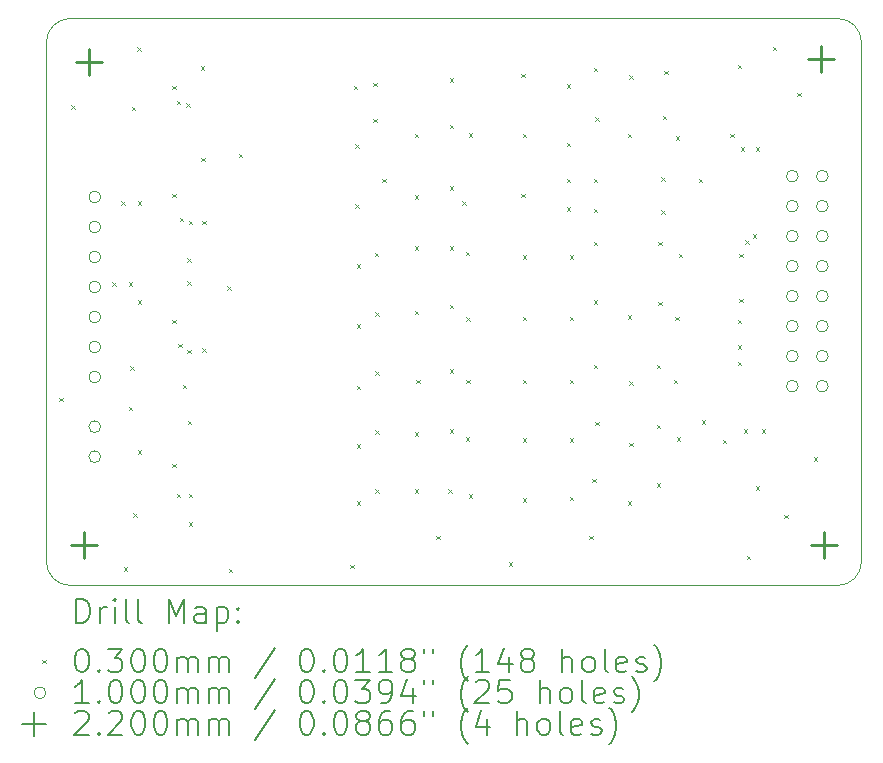
<source format=gbr>
%TF.GenerationSoftware,KiCad,Pcbnew,(6.0.8)*%
%TF.CreationDate,2022-11-26T10:27:08-06:00*%
%TF.ProjectId,photo_switching,70686f74-6f5f-4737-9769-746368696e67,rev?*%
%TF.SameCoordinates,Original*%
%TF.FileFunction,Drillmap*%
%TF.FilePolarity,Positive*%
%FSLAX45Y45*%
G04 Gerber Fmt 4.5, Leading zero omitted, Abs format (unit mm)*
G04 Created by KiCad (PCBNEW (6.0.8)) date 2022-11-26 10:27:08*
%MOMM*%
%LPD*%
G01*
G04 APERTURE LIST*
%ADD10C,0.100000*%
%ADD11C,0.200000*%
%ADD12C,0.030000*%
%ADD13C,0.220000*%
G04 APERTURE END LIST*
D10*
X15382800Y-6423200D02*
G75*
G03*
X15182800Y-6223200I-200000J0D01*
G01*
X15182800Y-6223200D02*
X8682800Y-6223200D01*
X15382800Y-10823200D02*
X15382800Y-6423200D01*
X8482800Y-10823200D02*
G75*
G03*
X8682800Y-11023200I200000J0D01*
G01*
X8682800Y-11023200D02*
X15182800Y-11023200D01*
X8482800Y-6423200D02*
X8482800Y-10823200D01*
X15182800Y-11023200D02*
G75*
G03*
X15382800Y-10823200I0J200000D01*
G01*
X8682800Y-6223200D02*
G75*
G03*
X8482800Y-6423200I0J-200000D01*
G01*
D11*
D12*
X8591900Y-9435200D02*
X8621900Y-9465200D01*
X8621900Y-9435200D02*
X8591900Y-9465200D01*
X8692800Y-6958200D02*
X8722800Y-6988200D01*
X8722800Y-6958200D02*
X8692800Y-6988200D01*
X9040100Y-8455900D02*
X9070100Y-8485900D01*
X9070100Y-8455900D02*
X9040100Y-8485900D01*
X9116300Y-7770100D02*
X9146300Y-7800100D01*
X9146300Y-7770100D02*
X9116300Y-7800100D01*
X9138000Y-10870300D02*
X9168000Y-10900300D01*
X9168000Y-10870300D02*
X9138000Y-10900300D01*
X9179800Y-8455900D02*
X9209800Y-8485900D01*
X9209800Y-8455900D02*
X9179800Y-8485900D01*
X9179800Y-9510000D02*
X9209800Y-9540000D01*
X9209800Y-9510000D02*
X9179800Y-9540000D01*
X9192500Y-9167100D02*
X9222500Y-9197100D01*
X9222500Y-9167100D02*
X9192500Y-9197100D01*
X9204770Y-6969570D02*
X9234770Y-6999570D01*
X9234770Y-6969570D02*
X9204770Y-6999570D01*
X9217900Y-10411700D02*
X9247900Y-10441700D01*
X9247900Y-10411700D02*
X9217900Y-10441700D01*
X9252800Y-6468200D02*
X9282800Y-6498200D01*
X9282800Y-6468200D02*
X9252800Y-6498200D01*
X9256000Y-7770100D02*
X9286000Y-7800100D01*
X9286000Y-7770100D02*
X9256000Y-7800100D01*
X9256000Y-8608300D02*
X9286000Y-8638300D01*
X9286000Y-8608300D02*
X9256000Y-8638300D01*
X9256000Y-9878300D02*
X9286000Y-9908300D01*
X9286000Y-9878300D02*
X9256000Y-9908300D01*
X9548100Y-6792200D02*
X9578100Y-6822200D01*
X9578100Y-6792200D02*
X9548100Y-6822200D01*
X9548100Y-7706600D02*
X9578100Y-7736600D01*
X9578100Y-7706600D02*
X9548100Y-7736600D01*
X9548100Y-8773400D02*
X9578100Y-8803400D01*
X9578100Y-8773400D02*
X9548100Y-8803400D01*
X9548100Y-9992600D02*
X9578100Y-10022600D01*
X9578100Y-9992600D02*
X9548100Y-10022600D01*
X9586200Y-6919200D02*
X9616200Y-6949200D01*
X9616200Y-6919200D02*
X9586200Y-6949200D01*
X9586200Y-10246600D02*
X9616200Y-10276600D01*
X9616200Y-10246600D02*
X9586200Y-10276600D01*
X9598900Y-8976600D02*
X9628900Y-9006600D01*
X9628900Y-8976600D02*
X9598900Y-9006600D01*
X9611600Y-7909800D02*
X9641600Y-7939800D01*
X9641600Y-7909800D02*
X9611600Y-7939800D01*
X9638100Y-9323200D02*
X9668100Y-9353200D01*
X9668100Y-9323200D02*
X9638100Y-9353200D01*
X9667800Y-6940470D02*
X9697800Y-6970470D01*
X9697800Y-6940470D02*
X9667800Y-6970470D01*
X9672800Y-8253200D02*
X9702800Y-8283200D01*
X9702800Y-8253200D02*
X9672800Y-8283200D01*
X9672800Y-8448200D02*
X9702800Y-8478200D01*
X9702800Y-8448200D02*
X9672800Y-8478200D01*
X9675100Y-9027400D02*
X9705100Y-9057400D01*
X9705100Y-9027400D02*
X9675100Y-9057400D01*
X9677800Y-9628200D02*
X9707800Y-9658200D01*
X9707800Y-9628200D02*
X9677800Y-9658200D01*
X9687800Y-7935200D02*
X9717800Y-7965200D01*
X9717800Y-7935200D02*
X9687800Y-7965200D01*
X9687800Y-10246600D02*
X9717800Y-10276600D01*
X9717800Y-10246600D02*
X9687800Y-10276600D01*
X9687800Y-10487900D02*
X9717800Y-10517900D01*
X9717800Y-10487900D02*
X9687800Y-10517900D01*
X9789400Y-6627100D02*
X9819400Y-6657100D01*
X9819400Y-6627100D02*
X9789400Y-6657100D01*
X9792800Y-7403200D02*
X9822800Y-7433200D01*
X9822800Y-7403200D02*
X9792800Y-7433200D01*
X9802100Y-7935200D02*
X9832100Y-7965200D01*
X9832100Y-7935200D02*
X9802100Y-7965200D01*
X9802100Y-9014700D02*
X9832100Y-9044700D01*
X9832100Y-9014700D02*
X9802100Y-9044700D01*
X10012800Y-8488200D02*
X10042800Y-8518200D01*
X10042800Y-8488200D02*
X10012800Y-8518200D01*
X10027000Y-10883000D02*
X10057000Y-10913000D01*
X10057000Y-10883000D02*
X10027000Y-10913000D01*
X10112800Y-7368200D02*
X10142800Y-7398200D01*
X10142800Y-7368200D02*
X10112800Y-7398200D01*
X11052800Y-10848200D02*
X11082800Y-10878200D01*
X11082800Y-10848200D02*
X11052800Y-10878200D01*
X11084800Y-6792200D02*
X11114800Y-6822200D01*
X11114800Y-6792200D02*
X11084800Y-6822200D01*
X11097500Y-7287500D02*
X11127500Y-7317500D01*
X11127500Y-7287500D02*
X11097500Y-7317500D01*
X11097500Y-7795500D02*
X11127500Y-7825500D01*
X11127500Y-7795500D02*
X11097500Y-7825500D01*
X11110200Y-8303500D02*
X11140200Y-8333500D01*
X11140200Y-8303500D02*
X11110200Y-8333500D01*
X11110200Y-8811500D02*
X11140200Y-8841500D01*
X11140200Y-8811500D02*
X11110200Y-8841500D01*
X11110200Y-9332200D02*
X11140200Y-9362200D01*
X11140200Y-9332200D02*
X11110200Y-9362200D01*
X11110200Y-9827500D02*
X11140200Y-9857500D01*
X11140200Y-9827500D02*
X11110200Y-9857500D01*
X11110200Y-10310100D02*
X11140200Y-10340100D01*
X11140200Y-10310100D02*
X11110200Y-10340100D01*
X11249900Y-6766800D02*
X11279900Y-6796800D01*
X11279900Y-6766800D02*
X11249900Y-6796800D01*
X11249900Y-7071600D02*
X11279900Y-7101600D01*
X11279900Y-7071600D02*
X11249900Y-7101600D01*
X11262600Y-8208200D02*
X11292600Y-8238200D01*
X11292600Y-8208200D02*
X11262600Y-8238200D01*
X11267800Y-8708200D02*
X11297800Y-8738200D01*
X11297800Y-8708200D02*
X11267800Y-8738200D01*
X11267800Y-9208200D02*
X11297800Y-9238200D01*
X11297800Y-9208200D02*
X11267800Y-9238200D01*
X11267800Y-9708200D02*
X11297800Y-9738200D01*
X11297800Y-9708200D02*
X11267800Y-9738200D01*
X11267800Y-10208200D02*
X11297800Y-10238200D01*
X11297800Y-10208200D02*
X11267800Y-10238200D01*
X11326100Y-7579600D02*
X11356100Y-7609600D01*
X11356100Y-7579600D02*
X11326100Y-7609600D01*
X11601800Y-7200000D02*
X11631800Y-7230000D01*
X11631800Y-7200000D02*
X11601800Y-7230000D01*
X11601800Y-7720700D02*
X11631800Y-7750700D01*
X11631800Y-7720700D02*
X11601800Y-7750700D01*
X11601800Y-8152500D02*
X11631800Y-8182500D01*
X11631800Y-8152500D02*
X11601800Y-8182500D01*
X11601800Y-8698600D02*
X11631800Y-8728600D01*
X11631800Y-8698600D02*
X11601800Y-8728600D01*
X11601800Y-9727300D02*
X11631800Y-9757300D01*
X11631800Y-9727300D02*
X11601800Y-9757300D01*
X11601800Y-10209900D02*
X11631800Y-10239900D01*
X11631800Y-10209900D02*
X11601800Y-10239900D01*
X11614500Y-9282800D02*
X11644500Y-9312800D01*
X11644500Y-9282800D02*
X11614500Y-9312800D01*
X11783300Y-10602200D02*
X11813300Y-10632200D01*
X11813300Y-10602200D02*
X11783300Y-10632200D01*
X11884900Y-10208200D02*
X11914900Y-10238200D01*
X11914900Y-10208200D02*
X11884900Y-10238200D01*
X11897600Y-6728700D02*
X11927600Y-6758700D01*
X11927600Y-6728700D02*
X11897600Y-6758700D01*
X11897600Y-7122400D02*
X11927600Y-7152400D01*
X11927600Y-7122400D02*
X11897600Y-7152400D01*
X11897600Y-7643100D02*
X11927600Y-7673100D01*
X11927600Y-7643100D02*
X11897600Y-7673100D01*
X11897600Y-8151100D02*
X11927600Y-8181100D01*
X11927600Y-8151100D02*
X11897600Y-8181100D01*
X11897600Y-8646400D02*
X11927600Y-8676400D01*
X11927600Y-8646400D02*
X11897600Y-8676400D01*
X11897600Y-9192500D02*
X11927600Y-9222500D01*
X11927600Y-9192500D02*
X11897600Y-9222500D01*
X11897600Y-9700500D02*
X11927600Y-9730500D01*
X11927600Y-9700500D02*
X11897600Y-9730500D01*
X12002800Y-7768200D02*
X12032800Y-7798200D01*
X12032800Y-7768200D02*
X12002800Y-7798200D01*
X12032800Y-8198200D02*
X12062800Y-8228200D01*
X12062800Y-8198200D02*
X12032800Y-8228200D01*
X12032800Y-9768200D02*
X12062800Y-9798200D01*
X12062800Y-9768200D02*
X12032800Y-9798200D01*
X12037800Y-8753200D02*
X12067800Y-8783200D01*
X12067800Y-8753200D02*
X12037800Y-8783200D01*
X12037800Y-9283200D02*
X12067800Y-9313200D01*
X12067800Y-9283200D02*
X12037800Y-9313200D01*
X12057800Y-7193200D02*
X12087800Y-7223200D01*
X12087800Y-7193200D02*
X12057800Y-7223200D01*
X12057800Y-10253200D02*
X12087800Y-10283200D01*
X12087800Y-10253200D02*
X12057800Y-10283200D01*
X12397800Y-10828200D02*
X12427800Y-10858200D01*
X12427800Y-10828200D02*
X12397800Y-10858200D01*
X12503500Y-6692000D02*
X12533500Y-6722000D01*
X12533500Y-6692000D02*
X12503500Y-6722000D01*
X12503500Y-7708000D02*
X12533500Y-7738000D01*
X12533500Y-7708000D02*
X12503500Y-7738000D01*
X12516200Y-7200000D02*
X12546200Y-7230000D01*
X12546200Y-7200000D02*
X12516200Y-7230000D01*
X12516200Y-8228700D02*
X12546200Y-8258700D01*
X12546200Y-8228700D02*
X12516200Y-8258700D01*
X12516200Y-8749400D02*
X12546200Y-8779400D01*
X12546200Y-8749400D02*
X12516200Y-8779400D01*
X12516200Y-9282800D02*
X12546200Y-9312800D01*
X12546200Y-9282800D02*
X12516200Y-9312800D01*
X12516200Y-9778100D02*
X12546200Y-9808100D01*
X12546200Y-9778100D02*
X12516200Y-9808100D01*
X12516200Y-10286100D02*
X12546200Y-10316100D01*
X12546200Y-10286100D02*
X12516200Y-10316100D01*
X12888200Y-6779500D02*
X12918200Y-6809500D01*
X12918200Y-6779500D02*
X12888200Y-6809500D01*
X12888200Y-7274800D02*
X12918200Y-7304800D01*
X12918200Y-7274800D02*
X12888200Y-7304800D01*
X12888200Y-7579600D02*
X12918200Y-7609600D01*
X12918200Y-7579600D02*
X12888200Y-7609600D01*
X12888200Y-7820900D02*
X12918200Y-7850900D01*
X12918200Y-7820900D02*
X12888200Y-7850900D01*
X12913600Y-8227300D02*
X12943600Y-8257300D01*
X12943600Y-8227300D02*
X12913600Y-8257300D01*
X12913600Y-8748000D02*
X12943600Y-8778000D01*
X12943600Y-8748000D02*
X12913600Y-8778000D01*
X12913600Y-9281400D02*
X12943600Y-9311400D01*
X12943600Y-9281400D02*
X12913600Y-9311400D01*
X12913600Y-9776700D02*
X12943600Y-9806700D01*
X12943600Y-9776700D02*
X12913600Y-9806700D01*
X12913600Y-10272000D02*
X12943600Y-10302000D01*
X12943600Y-10272000D02*
X12913600Y-10302000D01*
X13078700Y-10602200D02*
X13108700Y-10632200D01*
X13108700Y-10602200D02*
X13078700Y-10632200D01*
X13104100Y-10119600D02*
X13134100Y-10149600D01*
X13134100Y-10119600D02*
X13104100Y-10149600D01*
X13116800Y-6639800D02*
X13146800Y-6669800D01*
X13146800Y-6639800D02*
X13116800Y-6669800D01*
X13116800Y-7579600D02*
X13146800Y-7609600D01*
X13146800Y-7579600D02*
X13116800Y-7609600D01*
X13116800Y-7833600D02*
X13146800Y-7863600D01*
X13146800Y-7833600D02*
X13116800Y-7863600D01*
X13116800Y-8113000D02*
X13146800Y-8143000D01*
X13146800Y-8113000D02*
X13116800Y-8143000D01*
X13116800Y-8608300D02*
X13146800Y-8638300D01*
X13146800Y-8608300D02*
X13116800Y-8638300D01*
X13116800Y-9154400D02*
X13146800Y-9184400D01*
X13146800Y-9154400D02*
X13116800Y-9184400D01*
X13129500Y-7058900D02*
X13159500Y-7088900D01*
X13159500Y-7058900D02*
X13129500Y-7088900D01*
X13129500Y-9637000D02*
X13159500Y-9667000D01*
X13159500Y-9637000D02*
X13129500Y-9667000D01*
X13405200Y-7200000D02*
X13435200Y-7230000D01*
X13435200Y-7200000D02*
X13405200Y-7230000D01*
X13405200Y-8736700D02*
X13435200Y-8766700D01*
X13435200Y-8736700D02*
X13405200Y-8766700D01*
X13405200Y-10311500D02*
X13435200Y-10341500D01*
X13435200Y-10311500D02*
X13405200Y-10341500D01*
X13417900Y-6704700D02*
X13447900Y-6734700D01*
X13447900Y-6704700D02*
X13417900Y-6734700D01*
X13417900Y-9295500D02*
X13447900Y-9325500D01*
X13447900Y-9295500D02*
X13417900Y-9325500D01*
X13417900Y-9816200D02*
X13447900Y-9846200D01*
X13447900Y-9816200D02*
X13417900Y-9846200D01*
X13650200Y-9154400D02*
X13680200Y-9184400D01*
X13680200Y-9154400D02*
X13650200Y-9184400D01*
X13650200Y-9662400D02*
X13680200Y-9692400D01*
X13680200Y-9662400D02*
X13650200Y-9692400D01*
X13650200Y-10157700D02*
X13680200Y-10187700D01*
X13680200Y-10157700D02*
X13650200Y-10187700D01*
X13662900Y-8113000D02*
X13692900Y-8143000D01*
X13692900Y-8113000D02*
X13662900Y-8143000D01*
X13662900Y-8621000D02*
X13692900Y-8651000D01*
X13692900Y-8621000D02*
X13662900Y-8651000D01*
X13688300Y-7566900D02*
X13718300Y-7596900D01*
X13718300Y-7566900D02*
X13688300Y-7596900D01*
X13688300Y-7846300D02*
X13718300Y-7876300D01*
X13718300Y-7846300D02*
X13688300Y-7876300D01*
X13701000Y-7046200D02*
X13731000Y-7076200D01*
X13731000Y-7046200D02*
X13701000Y-7076200D01*
X13713700Y-6665200D02*
X13743700Y-6695200D01*
X13743700Y-6665200D02*
X13713700Y-6695200D01*
X13792800Y-9283200D02*
X13822800Y-9313200D01*
X13822800Y-9283200D02*
X13792800Y-9313200D01*
X13807800Y-8748200D02*
X13837800Y-8778200D01*
X13837800Y-8748200D02*
X13807800Y-8778200D01*
X13812800Y-7218200D02*
X13842800Y-7248200D01*
X13842800Y-7218200D02*
X13812800Y-7248200D01*
X13817800Y-9768200D02*
X13847800Y-9798200D01*
X13847800Y-9768200D02*
X13817800Y-9798200D01*
X13837800Y-8213200D02*
X13867800Y-8243200D01*
X13867800Y-8213200D02*
X13837800Y-8243200D01*
X14005800Y-7579600D02*
X14035800Y-7609600D01*
X14035800Y-7579600D02*
X14005800Y-7609600D01*
X14031200Y-9624300D02*
X14061200Y-9654300D01*
X14061200Y-9624300D02*
X14031200Y-9654300D01*
X14209000Y-9789400D02*
X14239000Y-9819400D01*
X14239000Y-9789400D02*
X14209000Y-9819400D01*
X14272500Y-7198600D02*
X14302500Y-7228600D01*
X14302500Y-7198600D02*
X14272500Y-7228600D01*
X14336000Y-6614400D02*
X14366000Y-6644400D01*
X14366000Y-6614400D02*
X14336000Y-6644400D01*
X14336000Y-8773400D02*
X14366000Y-8803400D01*
X14366000Y-8773400D02*
X14336000Y-8803400D01*
X14336000Y-8989300D02*
X14366000Y-9019300D01*
X14366000Y-8989300D02*
X14336000Y-9019300D01*
X14336000Y-9129000D02*
X14366000Y-9159000D01*
X14366000Y-9129000D02*
X14336000Y-9159000D01*
X14348700Y-8214600D02*
X14378700Y-8244600D01*
X14378700Y-8214600D02*
X14348700Y-8244600D01*
X14348700Y-8595600D02*
X14378700Y-8625600D01*
X14378700Y-8595600D02*
X14348700Y-8625600D01*
X14361400Y-7312900D02*
X14391400Y-7342900D01*
X14391400Y-7312900D02*
X14361400Y-7342900D01*
X14386800Y-9700500D02*
X14416800Y-9730500D01*
X14416800Y-9700500D02*
X14386800Y-9730500D01*
X14399500Y-8100300D02*
X14429500Y-8130300D01*
X14429500Y-8100300D02*
X14399500Y-8130300D01*
X14412800Y-10773200D02*
X14442800Y-10803200D01*
X14442800Y-10773200D02*
X14412800Y-10803200D01*
X14463000Y-8049500D02*
X14493000Y-8079500D01*
X14493000Y-8049500D02*
X14463000Y-8079500D01*
X14488400Y-7312900D02*
X14518400Y-7342900D01*
X14518400Y-7312900D02*
X14488400Y-7342900D01*
X14488400Y-10183100D02*
X14518400Y-10213100D01*
X14518400Y-10183100D02*
X14488400Y-10213100D01*
X14539200Y-9700500D02*
X14569200Y-9730500D01*
X14569200Y-9700500D02*
X14539200Y-9730500D01*
X14632800Y-6463200D02*
X14662800Y-6493200D01*
X14662800Y-6463200D02*
X14632800Y-6493200D01*
X14729700Y-10424400D02*
X14759700Y-10454400D01*
X14759700Y-10424400D02*
X14729700Y-10454400D01*
X14837800Y-6853200D02*
X14867800Y-6883200D01*
X14867800Y-6853200D02*
X14837800Y-6883200D01*
X14977800Y-9938200D02*
X15007800Y-9968200D01*
X15007800Y-9938200D02*
X14977800Y-9968200D01*
D10*
X8942500Y-7734300D02*
G75*
G03*
X8942500Y-7734300I-50000J0D01*
G01*
X8942500Y-7988300D02*
G75*
G03*
X8942500Y-7988300I-50000J0D01*
G01*
X8942500Y-8242300D02*
G75*
G03*
X8942500Y-8242300I-50000J0D01*
G01*
X8942500Y-8496300D02*
G75*
G03*
X8942500Y-8496300I-50000J0D01*
G01*
X8942500Y-8750300D02*
G75*
G03*
X8942500Y-8750300I-50000J0D01*
G01*
X8942500Y-9004300D02*
G75*
G03*
X8942500Y-9004300I-50000J0D01*
G01*
X8942500Y-9258300D02*
G75*
G03*
X8942500Y-9258300I-50000J0D01*
G01*
X8942500Y-9679400D02*
G75*
G03*
X8942500Y-9679400I-50000J0D01*
G01*
X8942500Y-9933400D02*
G75*
G03*
X8942500Y-9933400I-50000J0D01*
G01*
X14847500Y-7558000D02*
G75*
G03*
X14847500Y-7558000I-50000J0D01*
G01*
X14847500Y-7812000D02*
G75*
G03*
X14847500Y-7812000I-50000J0D01*
G01*
X14847500Y-8066000D02*
G75*
G03*
X14847500Y-8066000I-50000J0D01*
G01*
X14847500Y-8320000D02*
G75*
G03*
X14847500Y-8320000I-50000J0D01*
G01*
X14847500Y-8574000D02*
G75*
G03*
X14847500Y-8574000I-50000J0D01*
G01*
X14847500Y-8828000D02*
G75*
G03*
X14847500Y-8828000I-50000J0D01*
G01*
X14847500Y-9082000D02*
G75*
G03*
X14847500Y-9082000I-50000J0D01*
G01*
X14847500Y-9336000D02*
G75*
G03*
X14847500Y-9336000I-50000J0D01*
G01*
X15101500Y-7558000D02*
G75*
G03*
X15101500Y-7558000I-50000J0D01*
G01*
X15101500Y-7812000D02*
G75*
G03*
X15101500Y-7812000I-50000J0D01*
G01*
X15101500Y-8066000D02*
G75*
G03*
X15101500Y-8066000I-50000J0D01*
G01*
X15101500Y-8320000D02*
G75*
G03*
X15101500Y-8320000I-50000J0D01*
G01*
X15101500Y-8574000D02*
G75*
G03*
X15101500Y-8574000I-50000J0D01*
G01*
X15101500Y-8828000D02*
G75*
G03*
X15101500Y-8828000I-50000J0D01*
G01*
X15101500Y-9082000D02*
G75*
G03*
X15101500Y-9082000I-50000J0D01*
G01*
X15101500Y-9336000D02*
G75*
G03*
X15101500Y-9336000I-50000J0D01*
G01*
D13*
X8801100Y-10570700D02*
X8801100Y-10790700D01*
X8691100Y-10680700D02*
X8911100Y-10680700D01*
X8839200Y-6481300D02*
X8839200Y-6701300D01*
X8729200Y-6591300D02*
X8949200Y-6591300D01*
X15036800Y-6455900D02*
X15036800Y-6675900D01*
X14926800Y-6565900D02*
X15146800Y-6565900D01*
X15062200Y-10570700D02*
X15062200Y-10790700D01*
X14952200Y-10680700D02*
X15172200Y-10680700D01*
D11*
X8735419Y-11338676D02*
X8735419Y-11138676D01*
X8783038Y-11138676D01*
X8811610Y-11148200D01*
X8830657Y-11167248D01*
X8840181Y-11186295D01*
X8849705Y-11224390D01*
X8849705Y-11252962D01*
X8840181Y-11291057D01*
X8830657Y-11310105D01*
X8811610Y-11329152D01*
X8783038Y-11338676D01*
X8735419Y-11338676D01*
X8935419Y-11338676D02*
X8935419Y-11205343D01*
X8935419Y-11243438D02*
X8944943Y-11224390D01*
X8954467Y-11214867D01*
X8973514Y-11205343D01*
X8992562Y-11205343D01*
X9059229Y-11338676D02*
X9059229Y-11205343D01*
X9059229Y-11138676D02*
X9049705Y-11148200D01*
X9059229Y-11157724D01*
X9068752Y-11148200D01*
X9059229Y-11138676D01*
X9059229Y-11157724D01*
X9183038Y-11338676D02*
X9163990Y-11329152D01*
X9154467Y-11310105D01*
X9154467Y-11138676D01*
X9287800Y-11338676D02*
X9268752Y-11329152D01*
X9259229Y-11310105D01*
X9259229Y-11138676D01*
X9516371Y-11338676D02*
X9516371Y-11138676D01*
X9583038Y-11281533D01*
X9649705Y-11138676D01*
X9649705Y-11338676D01*
X9830657Y-11338676D02*
X9830657Y-11233914D01*
X9821133Y-11214867D01*
X9802086Y-11205343D01*
X9763990Y-11205343D01*
X9744943Y-11214867D01*
X9830657Y-11329152D02*
X9811610Y-11338676D01*
X9763990Y-11338676D01*
X9744943Y-11329152D01*
X9735419Y-11310105D01*
X9735419Y-11291057D01*
X9744943Y-11272009D01*
X9763990Y-11262486D01*
X9811610Y-11262486D01*
X9830657Y-11252962D01*
X9925895Y-11205343D02*
X9925895Y-11405343D01*
X9925895Y-11214867D02*
X9944943Y-11205343D01*
X9983038Y-11205343D01*
X10002086Y-11214867D01*
X10011610Y-11224390D01*
X10021133Y-11243438D01*
X10021133Y-11300581D01*
X10011610Y-11319628D01*
X10002086Y-11329152D01*
X9983038Y-11338676D01*
X9944943Y-11338676D01*
X9925895Y-11329152D01*
X10106848Y-11319628D02*
X10116371Y-11329152D01*
X10106848Y-11338676D01*
X10097324Y-11329152D01*
X10106848Y-11319628D01*
X10106848Y-11338676D01*
X10106848Y-11214867D02*
X10116371Y-11224390D01*
X10106848Y-11233914D01*
X10097324Y-11224390D01*
X10106848Y-11214867D01*
X10106848Y-11233914D01*
D12*
X8447800Y-11653200D02*
X8477800Y-11683200D01*
X8477800Y-11653200D02*
X8447800Y-11683200D01*
D11*
X8773514Y-11558676D02*
X8792562Y-11558676D01*
X8811610Y-11568200D01*
X8821133Y-11577724D01*
X8830657Y-11596771D01*
X8840181Y-11634867D01*
X8840181Y-11682486D01*
X8830657Y-11720581D01*
X8821133Y-11739628D01*
X8811610Y-11749152D01*
X8792562Y-11758676D01*
X8773514Y-11758676D01*
X8754467Y-11749152D01*
X8744943Y-11739628D01*
X8735419Y-11720581D01*
X8725895Y-11682486D01*
X8725895Y-11634867D01*
X8735419Y-11596771D01*
X8744943Y-11577724D01*
X8754467Y-11568200D01*
X8773514Y-11558676D01*
X8925895Y-11739628D02*
X8935419Y-11749152D01*
X8925895Y-11758676D01*
X8916371Y-11749152D01*
X8925895Y-11739628D01*
X8925895Y-11758676D01*
X9002086Y-11558676D02*
X9125895Y-11558676D01*
X9059229Y-11634867D01*
X9087800Y-11634867D01*
X9106848Y-11644390D01*
X9116371Y-11653914D01*
X9125895Y-11672962D01*
X9125895Y-11720581D01*
X9116371Y-11739628D01*
X9106848Y-11749152D01*
X9087800Y-11758676D01*
X9030657Y-11758676D01*
X9011610Y-11749152D01*
X9002086Y-11739628D01*
X9249705Y-11558676D02*
X9268752Y-11558676D01*
X9287800Y-11568200D01*
X9297324Y-11577724D01*
X9306848Y-11596771D01*
X9316371Y-11634867D01*
X9316371Y-11682486D01*
X9306848Y-11720581D01*
X9297324Y-11739628D01*
X9287800Y-11749152D01*
X9268752Y-11758676D01*
X9249705Y-11758676D01*
X9230657Y-11749152D01*
X9221133Y-11739628D01*
X9211610Y-11720581D01*
X9202086Y-11682486D01*
X9202086Y-11634867D01*
X9211610Y-11596771D01*
X9221133Y-11577724D01*
X9230657Y-11568200D01*
X9249705Y-11558676D01*
X9440181Y-11558676D02*
X9459229Y-11558676D01*
X9478276Y-11568200D01*
X9487800Y-11577724D01*
X9497324Y-11596771D01*
X9506848Y-11634867D01*
X9506848Y-11682486D01*
X9497324Y-11720581D01*
X9487800Y-11739628D01*
X9478276Y-11749152D01*
X9459229Y-11758676D01*
X9440181Y-11758676D01*
X9421133Y-11749152D01*
X9411610Y-11739628D01*
X9402086Y-11720581D01*
X9392562Y-11682486D01*
X9392562Y-11634867D01*
X9402086Y-11596771D01*
X9411610Y-11577724D01*
X9421133Y-11568200D01*
X9440181Y-11558676D01*
X9592562Y-11758676D02*
X9592562Y-11625343D01*
X9592562Y-11644390D02*
X9602086Y-11634867D01*
X9621133Y-11625343D01*
X9649705Y-11625343D01*
X9668752Y-11634867D01*
X9678276Y-11653914D01*
X9678276Y-11758676D01*
X9678276Y-11653914D02*
X9687800Y-11634867D01*
X9706848Y-11625343D01*
X9735419Y-11625343D01*
X9754467Y-11634867D01*
X9763990Y-11653914D01*
X9763990Y-11758676D01*
X9859229Y-11758676D02*
X9859229Y-11625343D01*
X9859229Y-11644390D02*
X9868752Y-11634867D01*
X9887800Y-11625343D01*
X9916371Y-11625343D01*
X9935419Y-11634867D01*
X9944943Y-11653914D01*
X9944943Y-11758676D01*
X9944943Y-11653914D02*
X9954467Y-11634867D01*
X9973514Y-11625343D01*
X10002086Y-11625343D01*
X10021133Y-11634867D01*
X10030657Y-11653914D01*
X10030657Y-11758676D01*
X10421133Y-11549152D02*
X10249705Y-11806295D01*
X10678276Y-11558676D02*
X10697324Y-11558676D01*
X10716371Y-11568200D01*
X10725895Y-11577724D01*
X10735419Y-11596771D01*
X10744943Y-11634867D01*
X10744943Y-11682486D01*
X10735419Y-11720581D01*
X10725895Y-11739628D01*
X10716371Y-11749152D01*
X10697324Y-11758676D01*
X10678276Y-11758676D01*
X10659229Y-11749152D01*
X10649705Y-11739628D01*
X10640181Y-11720581D01*
X10630657Y-11682486D01*
X10630657Y-11634867D01*
X10640181Y-11596771D01*
X10649705Y-11577724D01*
X10659229Y-11568200D01*
X10678276Y-11558676D01*
X10830657Y-11739628D02*
X10840181Y-11749152D01*
X10830657Y-11758676D01*
X10821133Y-11749152D01*
X10830657Y-11739628D01*
X10830657Y-11758676D01*
X10963990Y-11558676D02*
X10983038Y-11558676D01*
X11002086Y-11568200D01*
X11011610Y-11577724D01*
X11021133Y-11596771D01*
X11030657Y-11634867D01*
X11030657Y-11682486D01*
X11021133Y-11720581D01*
X11011610Y-11739628D01*
X11002086Y-11749152D01*
X10983038Y-11758676D01*
X10963990Y-11758676D01*
X10944943Y-11749152D01*
X10935419Y-11739628D01*
X10925895Y-11720581D01*
X10916371Y-11682486D01*
X10916371Y-11634867D01*
X10925895Y-11596771D01*
X10935419Y-11577724D01*
X10944943Y-11568200D01*
X10963990Y-11558676D01*
X11221133Y-11758676D02*
X11106848Y-11758676D01*
X11163990Y-11758676D02*
X11163990Y-11558676D01*
X11144943Y-11587248D01*
X11125895Y-11606295D01*
X11106848Y-11615819D01*
X11411609Y-11758676D02*
X11297324Y-11758676D01*
X11354467Y-11758676D02*
X11354467Y-11558676D01*
X11335419Y-11587248D01*
X11316371Y-11606295D01*
X11297324Y-11615819D01*
X11525895Y-11644390D02*
X11506848Y-11634867D01*
X11497324Y-11625343D01*
X11487800Y-11606295D01*
X11487800Y-11596771D01*
X11497324Y-11577724D01*
X11506848Y-11568200D01*
X11525895Y-11558676D01*
X11563990Y-11558676D01*
X11583038Y-11568200D01*
X11592562Y-11577724D01*
X11602086Y-11596771D01*
X11602086Y-11606295D01*
X11592562Y-11625343D01*
X11583038Y-11634867D01*
X11563990Y-11644390D01*
X11525895Y-11644390D01*
X11506848Y-11653914D01*
X11497324Y-11663438D01*
X11487800Y-11682486D01*
X11487800Y-11720581D01*
X11497324Y-11739628D01*
X11506848Y-11749152D01*
X11525895Y-11758676D01*
X11563990Y-11758676D01*
X11583038Y-11749152D01*
X11592562Y-11739628D01*
X11602086Y-11720581D01*
X11602086Y-11682486D01*
X11592562Y-11663438D01*
X11583038Y-11653914D01*
X11563990Y-11644390D01*
X11678276Y-11558676D02*
X11678276Y-11596771D01*
X11754467Y-11558676D02*
X11754467Y-11596771D01*
X12049705Y-11834867D02*
X12040181Y-11825343D01*
X12021133Y-11796771D01*
X12011609Y-11777724D01*
X12002086Y-11749152D01*
X11992562Y-11701533D01*
X11992562Y-11663438D01*
X12002086Y-11615819D01*
X12011609Y-11587248D01*
X12021133Y-11568200D01*
X12040181Y-11539628D01*
X12049705Y-11530105D01*
X12230657Y-11758676D02*
X12116371Y-11758676D01*
X12173514Y-11758676D02*
X12173514Y-11558676D01*
X12154467Y-11587248D01*
X12135419Y-11606295D01*
X12116371Y-11615819D01*
X12402086Y-11625343D02*
X12402086Y-11758676D01*
X12354467Y-11549152D02*
X12306848Y-11692009D01*
X12430657Y-11692009D01*
X12535419Y-11644390D02*
X12516371Y-11634867D01*
X12506848Y-11625343D01*
X12497324Y-11606295D01*
X12497324Y-11596771D01*
X12506848Y-11577724D01*
X12516371Y-11568200D01*
X12535419Y-11558676D01*
X12573514Y-11558676D01*
X12592562Y-11568200D01*
X12602086Y-11577724D01*
X12611609Y-11596771D01*
X12611609Y-11606295D01*
X12602086Y-11625343D01*
X12592562Y-11634867D01*
X12573514Y-11644390D01*
X12535419Y-11644390D01*
X12516371Y-11653914D01*
X12506848Y-11663438D01*
X12497324Y-11682486D01*
X12497324Y-11720581D01*
X12506848Y-11739628D01*
X12516371Y-11749152D01*
X12535419Y-11758676D01*
X12573514Y-11758676D01*
X12592562Y-11749152D01*
X12602086Y-11739628D01*
X12611609Y-11720581D01*
X12611609Y-11682486D01*
X12602086Y-11663438D01*
X12592562Y-11653914D01*
X12573514Y-11644390D01*
X12849705Y-11758676D02*
X12849705Y-11558676D01*
X12935419Y-11758676D02*
X12935419Y-11653914D01*
X12925895Y-11634867D01*
X12906848Y-11625343D01*
X12878276Y-11625343D01*
X12859228Y-11634867D01*
X12849705Y-11644390D01*
X13059228Y-11758676D02*
X13040181Y-11749152D01*
X13030657Y-11739628D01*
X13021133Y-11720581D01*
X13021133Y-11663438D01*
X13030657Y-11644390D01*
X13040181Y-11634867D01*
X13059228Y-11625343D01*
X13087800Y-11625343D01*
X13106848Y-11634867D01*
X13116371Y-11644390D01*
X13125895Y-11663438D01*
X13125895Y-11720581D01*
X13116371Y-11739628D01*
X13106848Y-11749152D01*
X13087800Y-11758676D01*
X13059228Y-11758676D01*
X13240181Y-11758676D02*
X13221133Y-11749152D01*
X13211609Y-11730105D01*
X13211609Y-11558676D01*
X13392562Y-11749152D02*
X13373514Y-11758676D01*
X13335419Y-11758676D01*
X13316371Y-11749152D01*
X13306848Y-11730105D01*
X13306848Y-11653914D01*
X13316371Y-11634867D01*
X13335419Y-11625343D01*
X13373514Y-11625343D01*
X13392562Y-11634867D01*
X13402086Y-11653914D01*
X13402086Y-11672962D01*
X13306848Y-11692009D01*
X13478276Y-11749152D02*
X13497324Y-11758676D01*
X13535419Y-11758676D01*
X13554467Y-11749152D01*
X13563990Y-11730105D01*
X13563990Y-11720581D01*
X13554467Y-11701533D01*
X13535419Y-11692009D01*
X13506848Y-11692009D01*
X13487800Y-11682486D01*
X13478276Y-11663438D01*
X13478276Y-11653914D01*
X13487800Y-11634867D01*
X13506848Y-11625343D01*
X13535419Y-11625343D01*
X13554467Y-11634867D01*
X13630657Y-11834867D02*
X13640181Y-11825343D01*
X13659228Y-11796771D01*
X13668752Y-11777724D01*
X13678276Y-11749152D01*
X13687800Y-11701533D01*
X13687800Y-11663438D01*
X13678276Y-11615819D01*
X13668752Y-11587248D01*
X13659228Y-11568200D01*
X13640181Y-11539628D01*
X13630657Y-11530105D01*
D10*
X8477800Y-11932200D02*
G75*
G03*
X8477800Y-11932200I-50000J0D01*
G01*
D11*
X8840181Y-12022676D02*
X8725895Y-12022676D01*
X8783038Y-12022676D02*
X8783038Y-11822676D01*
X8763990Y-11851248D01*
X8744943Y-11870295D01*
X8725895Y-11879819D01*
X8925895Y-12003628D02*
X8935419Y-12013152D01*
X8925895Y-12022676D01*
X8916371Y-12013152D01*
X8925895Y-12003628D01*
X8925895Y-12022676D01*
X9059229Y-11822676D02*
X9078276Y-11822676D01*
X9097324Y-11832200D01*
X9106848Y-11841724D01*
X9116371Y-11860771D01*
X9125895Y-11898867D01*
X9125895Y-11946486D01*
X9116371Y-11984581D01*
X9106848Y-12003628D01*
X9097324Y-12013152D01*
X9078276Y-12022676D01*
X9059229Y-12022676D01*
X9040181Y-12013152D01*
X9030657Y-12003628D01*
X9021133Y-11984581D01*
X9011610Y-11946486D01*
X9011610Y-11898867D01*
X9021133Y-11860771D01*
X9030657Y-11841724D01*
X9040181Y-11832200D01*
X9059229Y-11822676D01*
X9249705Y-11822676D02*
X9268752Y-11822676D01*
X9287800Y-11832200D01*
X9297324Y-11841724D01*
X9306848Y-11860771D01*
X9316371Y-11898867D01*
X9316371Y-11946486D01*
X9306848Y-11984581D01*
X9297324Y-12003628D01*
X9287800Y-12013152D01*
X9268752Y-12022676D01*
X9249705Y-12022676D01*
X9230657Y-12013152D01*
X9221133Y-12003628D01*
X9211610Y-11984581D01*
X9202086Y-11946486D01*
X9202086Y-11898867D01*
X9211610Y-11860771D01*
X9221133Y-11841724D01*
X9230657Y-11832200D01*
X9249705Y-11822676D01*
X9440181Y-11822676D02*
X9459229Y-11822676D01*
X9478276Y-11832200D01*
X9487800Y-11841724D01*
X9497324Y-11860771D01*
X9506848Y-11898867D01*
X9506848Y-11946486D01*
X9497324Y-11984581D01*
X9487800Y-12003628D01*
X9478276Y-12013152D01*
X9459229Y-12022676D01*
X9440181Y-12022676D01*
X9421133Y-12013152D01*
X9411610Y-12003628D01*
X9402086Y-11984581D01*
X9392562Y-11946486D01*
X9392562Y-11898867D01*
X9402086Y-11860771D01*
X9411610Y-11841724D01*
X9421133Y-11832200D01*
X9440181Y-11822676D01*
X9592562Y-12022676D02*
X9592562Y-11889343D01*
X9592562Y-11908390D02*
X9602086Y-11898867D01*
X9621133Y-11889343D01*
X9649705Y-11889343D01*
X9668752Y-11898867D01*
X9678276Y-11917914D01*
X9678276Y-12022676D01*
X9678276Y-11917914D02*
X9687800Y-11898867D01*
X9706848Y-11889343D01*
X9735419Y-11889343D01*
X9754467Y-11898867D01*
X9763990Y-11917914D01*
X9763990Y-12022676D01*
X9859229Y-12022676D02*
X9859229Y-11889343D01*
X9859229Y-11908390D02*
X9868752Y-11898867D01*
X9887800Y-11889343D01*
X9916371Y-11889343D01*
X9935419Y-11898867D01*
X9944943Y-11917914D01*
X9944943Y-12022676D01*
X9944943Y-11917914D02*
X9954467Y-11898867D01*
X9973514Y-11889343D01*
X10002086Y-11889343D01*
X10021133Y-11898867D01*
X10030657Y-11917914D01*
X10030657Y-12022676D01*
X10421133Y-11813152D02*
X10249705Y-12070295D01*
X10678276Y-11822676D02*
X10697324Y-11822676D01*
X10716371Y-11832200D01*
X10725895Y-11841724D01*
X10735419Y-11860771D01*
X10744943Y-11898867D01*
X10744943Y-11946486D01*
X10735419Y-11984581D01*
X10725895Y-12003628D01*
X10716371Y-12013152D01*
X10697324Y-12022676D01*
X10678276Y-12022676D01*
X10659229Y-12013152D01*
X10649705Y-12003628D01*
X10640181Y-11984581D01*
X10630657Y-11946486D01*
X10630657Y-11898867D01*
X10640181Y-11860771D01*
X10649705Y-11841724D01*
X10659229Y-11832200D01*
X10678276Y-11822676D01*
X10830657Y-12003628D02*
X10840181Y-12013152D01*
X10830657Y-12022676D01*
X10821133Y-12013152D01*
X10830657Y-12003628D01*
X10830657Y-12022676D01*
X10963990Y-11822676D02*
X10983038Y-11822676D01*
X11002086Y-11832200D01*
X11011610Y-11841724D01*
X11021133Y-11860771D01*
X11030657Y-11898867D01*
X11030657Y-11946486D01*
X11021133Y-11984581D01*
X11011610Y-12003628D01*
X11002086Y-12013152D01*
X10983038Y-12022676D01*
X10963990Y-12022676D01*
X10944943Y-12013152D01*
X10935419Y-12003628D01*
X10925895Y-11984581D01*
X10916371Y-11946486D01*
X10916371Y-11898867D01*
X10925895Y-11860771D01*
X10935419Y-11841724D01*
X10944943Y-11832200D01*
X10963990Y-11822676D01*
X11097324Y-11822676D02*
X11221133Y-11822676D01*
X11154467Y-11898867D01*
X11183038Y-11898867D01*
X11202086Y-11908390D01*
X11211609Y-11917914D01*
X11221133Y-11936962D01*
X11221133Y-11984581D01*
X11211609Y-12003628D01*
X11202086Y-12013152D01*
X11183038Y-12022676D01*
X11125895Y-12022676D01*
X11106848Y-12013152D01*
X11097324Y-12003628D01*
X11316371Y-12022676D02*
X11354467Y-12022676D01*
X11373514Y-12013152D01*
X11383038Y-12003628D01*
X11402086Y-11975057D01*
X11411609Y-11936962D01*
X11411609Y-11860771D01*
X11402086Y-11841724D01*
X11392562Y-11832200D01*
X11373514Y-11822676D01*
X11335419Y-11822676D01*
X11316371Y-11832200D01*
X11306848Y-11841724D01*
X11297324Y-11860771D01*
X11297324Y-11908390D01*
X11306848Y-11927438D01*
X11316371Y-11936962D01*
X11335419Y-11946486D01*
X11373514Y-11946486D01*
X11392562Y-11936962D01*
X11402086Y-11927438D01*
X11411609Y-11908390D01*
X11583038Y-11889343D02*
X11583038Y-12022676D01*
X11535419Y-11813152D02*
X11487800Y-11956009D01*
X11611609Y-11956009D01*
X11678276Y-11822676D02*
X11678276Y-11860771D01*
X11754467Y-11822676D02*
X11754467Y-11860771D01*
X12049705Y-12098867D02*
X12040181Y-12089343D01*
X12021133Y-12060771D01*
X12011609Y-12041724D01*
X12002086Y-12013152D01*
X11992562Y-11965533D01*
X11992562Y-11927438D01*
X12002086Y-11879819D01*
X12011609Y-11851248D01*
X12021133Y-11832200D01*
X12040181Y-11803628D01*
X12049705Y-11794105D01*
X12116371Y-11841724D02*
X12125895Y-11832200D01*
X12144943Y-11822676D01*
X12192562Y-11822676D01*
X12211609Y-11832200D01*
X12221133Y-11841724D01*
X12230657Y-11860771D01*
X12230657Y-11879819D01*
X12221133Y-11908390D01*
X12106848Y-12022676D01*
X12230657Y-12022676D01*
X12411609Y-11822676D02*
X12316371Y-11822676D01*
X12306848Y-11917914D01*
X12316371Y-11908390D01*
X12335419Y-11898867D01*
X12383038Y-11898867D01*
X12402086Y-11908390D01*
X12411609Y-11917914D01*
X12421133Y-11936962D01*
X12421133Y-11984581D01*
X12411609Y-12003628D01*
X12402086Y-12013152D01*
X12383038Y-12022676D01*
X12335419Y-12022676D01*
X12316371Y-12013152D01*
X12306848Y-12003628D01*
X12659228Y-12022676D02*
X12659228Y-11822676D01*
X12744943Y-12022676D02*
X12744943Y-11917914D01*
X12735419Y-11898867D01*
X12716371Y-11889343D01*
X12687800Y-11889343D01*
X12668752Y-11898867D01*
X12659228Y-11908390D01*
X12868752Y-12022676D02*
X12849705Y-12013152D01*
X12840181Y-12003628D01*
X12830657Y-11984581D01*
X12830657Y-11927438D01*
X12840181Y-11908390D01*
X12849705Y-11898867D01*
X12868752Y-11889343D01*
X12897324Y-11889343D01*
X12916371Y-11898867D01*
X12925895Y-11908390D01*
X12935419Y-11927438D01*
X12935419Y-11984581D01*
X12925895Y-12003628D01*
X12916371Y-12013152D01*
X12897324Y-12022676D01*
X12868752Y-12022676D01*
X13049705Y-12022676D02*
X13030657Y-12013152D01*
X13021133Y-11994105D01*
X13021133Y-11822676D01*
X13202086Y-12013152D02*
X13183038Y-12022676D01*
X13144943Y-12022676D01*
X13125895Y-12013152D01*
X13116371Y-11994105D01*
X13116371Y-11917914D01*
X13125895Y-11898867D01*
X13144943Y-11889343D01*
X13183038Y-11889343D01*
X13202086Y-11898867D01*
X13211609Y-11917914D01*
X13211609Y-11936962D01*
X13116371Y-11956009D01*
X13287800Y-12013152D02*
X13306848Y-12022676D01*
X13344943Y-12022676D01*
X13363990Y-12013152D01*
X13373514Y-11994105D01*
X13373514Y-11984581D01*
X13363990Y-11965533D01*
X13344943Y-11956009D01*
X13316371Y-11956009D01*
X13297324Y-11946486D01*
X13287800Y-11927438D01*
X13287800Y-11917914D01*
X13297324Y-11898867D01*
X13316371Y-11889343D01*
X13344943Y-11889343D01*
X13363990Y-11898867D01*
X13440181Y-12098867D02*
X13449705Y-12089343D01*
X13468752Y-12060771D01*
X13478276Y-12041724D01*
X13487800Y-12013152D01*
X13497324Y-11965533D01*
X13497324Y-11927438D01*
X13487800Y-11879819D01*
X13478276Y-11851248D01*
X13468752Y-11832200D01*
X13449705Y-11803628D01*
X13440181Y-11794105D01*
X8377800Y-12096200D02*
X8377800Y-12296200D01*
X8277800Y-12196200D02*
X8477800Y-12196200D01*
X8725895Y-12105724D02*
X8735419Y-12096200D01*
X8754467Y-12086676D01*
X8802086Y-12086676D01*
X8821133Y-12096200D01*
X8830657Y-12105724D01*
X8840181Y-12124771D01*
X8840181Y-12143819D01*
X8830657Y-12172390D01*
X8716371Y-12286676D01*
X8840181Y-12286676D01*
X8925895Y-12267628D02*
X8935419Y-12277152D01*
X8925895Y-12286676D01*
X8916371Y-12277152D01*
X8925895Y-12267628D01*
X8925895Y-12286676D01*
X9011610Y-12105724D02*
X9021133Y-12096200D01*
X9040181Y-12086676D01*
X9087800Y-12086676D01*
X9106848Y-12096200D01*
X9116371Y-12105724D01*
X9125895Y-12124771D01*
X9125895Y-12143819D01*
X9116371Y-12172390D01*
X9002086Y-12286676D01*
X9125895Y-12286676D01*
X9249705Y-12086676D02*
X9268752Y-12086676D01*
X9287800Y-12096200D01*
X9297324Y-12105724D01*
X9306848Y-12124771D01*
X9316371Y-12162867D01*
X9316371Y-12210486D01*
X9306848Y-12248581D01*
X9297324Y-12267628D01*
X9287800Y-12277152D01*
X9268752Y-12286676D01*
X9249705Y-12286676D01*
X9230657Y-12277152D01*
X9221133Y-12267628D01*
X9211610Y-12248581D01*
X9202086Y-12210486D01*
X9202086Y-12162867D01*
X9211610Y-12124771D01*
X9221133Y-12105724D01*
X9230657Y-12096200D01*
X9249705Y-12086676D01*
X9440181Y-12086676D02*
X9459229Y-12086676D01*
X9478276Y-12096200D01*
X9487800Y-12105724D01*
X9497324Y-12124771D01*
X9506848Y-12162867D01*
X9506848Y-12210486D01*
X9497324Y-12248581D01*
X9487800Y-12267628D01*
X9478276Y-12277152D01*
X9459229Y-12286676D01*
X9440181Y-12286676D01*
X9421133Y-12277152D01*
X9411610Y-12267628D01*
X9402086Y-12248581D01*
X9392562Y-12210486D01*
X9392562Y-12162867D01*
X9402086Y-12124771D01*
X9411610Y-12105724D01*
X9421133Y-12096200D01*
X9440181Y-12086676D01*
X9592562Y-12286676D02*
X9592562Y-12153343D01*
X9592562Y-12172390D02*
X9602086Y-12162867D01*
X9621133Y-12153343D01*
X9649705Y-12153343D01*
X9668752Y-12162867D01*
X9678276Y-12181914D01*
X9678276Y-12286676D01*
X9678276Y-12181914D02*
X9687800Y-12162867D01*
X9706848Y-12153343D01*
X9735419Y-12153343D01*
X9754467Y-12162867D01*
X9763990Y-12181914D01*
X9763990Y-12286676D01*
X9859229Y-12286676D02*
X9859229Y-12153343D01*
X9859229Y-12172390D02*
X9868752Y-12162867D01*
X9887800Y-12153343D01*
X9916371Y-12153343D01*
X9935419Y-12162867D01*
X9944943Y-12181914D01*
X9944943Y-12286676D01*
X9944943Y-12181914D02*
X9954467Y-12162867D01*
X9973514Y-12153343D01*
X10002086Y-12153343D01*
X10021133Y-12162867D01*
X10030657Y-12181914D01*
X10030657Y-12286676D01*
X10421133Y-12077152D02*
X10249705Y-12334295D01*
X10678276Y-12086676D02*
X10697324Y-12086676D01*
X10716371Y-12096200D01*
X10725895Y-12105724D01*
X10735419Y-12124771D01*
X10744943Y-12162867D01*
X10744943Y-12210486D01*
X10735419Y-12248581D01*
X10725895Y-12267628D01*
X10716371Y-12277152D01*
X10697324Y-12286676D01*
X10678276Y-12286676D01*
X10659229Y-12277152D01*
X10649705Y-12267628D01*
X10640181Y-12248581D01*
X10630657Y-12210486D01*
X10630657Y-12162867D01*
X10640181Y-12124771D01*
X10649705Y-12105724D01*
X10659229Y-12096200D01*
X10678276Y-12086676D01*
X10830657Y-12267628D02*
X10840181Y-12277152D01*
X10830657Y-12286676D01*
X10821133Y-12277152D01*
X10830657Y-12267628D01*
X10830657Y-12286676D01*
X10963990Y-12086676D02*
X10983038Y-12086676D01*
X11002086Y-12096200D01*
X11011610Y-12105724D01*
X11021133Y-12124771D01*
X11030657Y-12162867D01*
X11030657Y-12210486D01*
X11021133Y-12248581D01*
X11011610Y-12267628D01*
X11002086Y-12277152D01*
X10983038Y-12286676D01*
X10963990Y-12286676D01*
X10944943Y-12277152D01*
X10935419Y-12267628D01*
X10925895Y-12248581D01*
X10916371Y-12210486D01*
X10916371Y-12162867D01*
X10925895Y-12124771D01*
X10935419Y-12105724D01*
X10944943Y-12096200D01*
X10963990Y-12086676D01*
X11144943Y-12172390D02*
X11125895Y-12162867D01*
X11116371Y-12153343D01*
X11106848Y-12134295D01*
X11106848Y-12124771D01*
X11116371Y-12105724D01*
X11125895Y-12096200D01*
X11144943Y-12086676D01*
X11183038Y-12086676D01*
X11202086Y-12096200D01*
X11211609Y-12105724D01*
X11221133Y-12124771D01*
X11221133Y-12134295D01*
X11211609Y-12153343D01*
X11202086Y-12162867D01*
X11183038Y-12172390D01*
X11144943Y-12172390D01*
X11125895Y-12181914D01*
X11116371Y-12191438D01*
X11106848Y-12210486D01*
X11106848Y-12248581D01*
X11116371Y-12267628D01*
X11125895Y-12277152D01*
X11144943Y-12286676D01*
X11183038Y-12286676D01*
X11202086Y-12277152D01*
X11211609Y-12267628D01*
X11221133Y-12248581D01*
X11221133Y-12210486D01*
X11211609Y-12191438D01*
X11202086Y-12181914D01*
X11183038Y-12172390D01*
X11392562Y-12086676D02*
X11354467Y-12086676D01*
X11335419Y-12096200D01*
X11325895Y-12105724D01*
X11306848Y-12134295D01*
X11297324Y-12172390D01*
X11297324Y-12248581D01*
X11306848Y-12267628D01*
X11316371Y-12277152D01*
X11335419Y-12286676D01*
X11373514Y-12286676D01*
X11392562Y-12277152D01*
X11402086Y-12267628D01*
X11411609Y-12248581D01*
X11411609Y-12200962D01*
X11402086Y-12181914D01*
X11392562Y-12172390D01*
X11373514Y-12162867D01*
X11335419Y-12162867D01*
X11316371Y-12172390D01*
X11306848Y-12181914D01*
X11297324Y-12200962D01*
X11583038Y-12086676D02*
X11544943Y-12086676D01*
X11525895Y-12096200D01*
X11516371Y-12105724D01*
X11497324Y-12134295D01*
X11487800Y-12172390D01*
X11487800Y-12248581D01*
X11497324Y-12267628D01*
X11506848Y-12277152D01*
X11525895Y-12286676D01*
X11563990Y-12286676D01*
X11583038Y-12277152D01*
X11592562Y-12267628D01*
X11602086Y-12248581D01*
X11602086Y-12200962D01*
X11592562Y-12181914D01*
X11583038Y-12172390D01*
X11563990Y-12162867D01*
X11525895Y-12162867D01*
X11506848Y-12172390D01*
X11497324Y-12181914D01*
X11487800Y-12200962D01*
X11678276Y-12086676D02*
X11678276Y-12124771D01*
X11754467Y-12086676D02*
X11754467Y-12124771D01*
X12049705Y-12362867D02*
X12040181Y-12353343D01*
X12021133Y-12324771D01*
X12011609Y-12305724D01*
X12002086Y-12277152D01*
X11992562Y-12229533D01*
X11992562Y-12191438D01*
X12002086Y-12143819D01*
X12011609Y-12115248D01*
X12021133Y-12096200D01*
X12040181Y-12067628D01*
X12049705Y-12058105D01*
X12211609Y-12153343D02*
X12211609Y-12286676D01*
X12163990Y-12077152D02*
X12116371Y-12220009D01*
X12240181Y-12220009D01*
X12468752Y-12286676D02*
X12468752Y-12086676D01*
X12554467Y-12286676D02*
X12554467Y-12181914D01*
X12544943Y-12162867D01*
X12525895Y-12153343D01*
X12497324Y-12153343D01*
X12478276Y-12162867D01*
X12468752Y-12172390D01*
X12678276Y-12286676D02*
X12659228Y-12277152D01*
X12649705Y-12267628D01*
X12640181Y-12248581D01*
X12640181Y-12191438D01*
X12649705Y-12172390D01*
X12659228Y-12162867D01*
X12678276Y-12153343D01*
X12706848Y-12153343D01*
X12725895Y-12162867D01*
X12735419Y-12172390D01*
X12744943Y-12191438D01*
X12744943Y-12248581D01*
X12735419Y-12267628D01*
X12725895Y-12277152D01*
X12706848Y-12286676D01*
X12678276Y-12286676D01*
X12859228Y-12286676D02*
X12840181Y-12277152D01*
X12830657Y-12258105D01*
X12830657Y-12086676D01*
X13011609Y-12277152D02*
X12992562Y-12286676D01*
X12954467Y-12286676D01*
X12935419Y-12277152D01*
X12925895Y-12258105D01*
X12925895Y-12181914D01*
X12935419Y-12162867D01*
X12954467Y-12153343D01*
X12992562Y-12153343D01*
X13011609Y-12162867D01*
X13021133Y-12181914D01*
X13021133Y-12200962D01*
X12925895Y-12220009D01*
X13097324Y-12277152D02*
X13116371Y-12286676D01*
X13154467Y-12286676D01*
X13173514Y-12277152D01*
X13183038Y-12258105D01*
X13183038Y-12248581D01*
X13173514Y-12229533D01*
X13154467Y-12220009D01*
X13125895Y-12220009D01*
X13106848Y-12210486D01*
X13097324Y-12191438D01*
X13097324Y-12181914D01*
X13106848Y-12162867D01*
X13125895Y-12153343D01*
X13154467Y-12153343D01*
X13173514Y-12162867D01*
X13249705Y-12362867D02*
X13259228Y-12353343D01*
X13278276Y-12324771D01*
X13287800Y-12305724D01*
X13297324Y-12277152D01*
X13306848Y-12229533D01*
X13306848Y-12191438D01*
X13297324Y-12143819D01*
X13287800Y-12115248D01*
X13278276Y-12096200D01*
X13259228Y-12067628D01*
X13249705Y-12058105D01*
M02*

</source>
